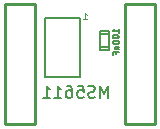
<source format=gbo>
G04 (created by PCBNEW (2013-dec-23)-stable) date Sun 06 Apr 2014 07:42:34 PM EDT*
%MOIN*%
G04 Gerber Fmt 3.4, Leading zero omitted, Abs format*
%FSLAX34Y34*%
G01*
G70*
G90*
G04 APERTURE LIST*
%ADD10C,0.00590551*%
%ADD11C,0.0045*%
%ADD12C,0.01*%
%ADD13C,0.005*%
G04 APERTURE END LIST*
G54D10*
G54D11*
X139092Y-91880D02*
X139207Y-91880D01*
X139150Y-91880D02*
X139150Y-91680D01*
X139169Y-91709D01*
X139188Y-91728D01*
X139207Y-91738D01*
G54D12*
X136500Y-91400D02*
X136500Y-95400D01*
X137500Y-91400D02*
X137500Y-95400D01*
X137500Y-95400D02*
X136500Y-95400D01*
X136500Y-91400D02*
X137500Y-91400D01*
X141500Y-95400D02*
X141500Y-91400D01*
X140500Y-95400D02*
X140500Y-91400D01*
X140500Y-91400D02*
X141500Y-91400D01*
X141500Y-95400D02*
X140500Y-95400D01*
G54D13*
X139640Y-92380D02*
X139960Y-92380D01*
X139950Y-92820D02*
X139640Y-92820D01*
X139960Y-92920D02*
X139960Y-92280D01*
X139960Y-92280D02*
X139640Y-92280D01*
X139640Y-92280D02*
X139640Y-92920D01*
X139640Y-92920D02*
X139960Y-92920D01*
G54D10*
X138990Y-91865D02*
X137809Y-91865D01*
X137809Y-91865D02*
X137809Y-93834D01*
X137809Y-93834D02*
X138990Y-93834D01*
X138990Y-93834D02*
X138990Y-91865D01*
G54D13*
X140280Y-92340D02*
X140280Y-92226D01*
X140280Y-92283D02*
X140080Y-92283D01*
X140109Y-92264D01*
X140128Y-92245D01*
X140138Y-92226D01*
X140080Y-92464D02*
X140080Y-92483D01*
X140090Y-92502D01*
X140100Y-92511D01*
X140119Y-92521D01*
X140157Y-92530D01*
X140204Y-92530D01*
X140242Y-92521D01*
X140261Y-92511D01*
X140271Y-92502D01*
X140280Y-92483D01*
X140280Y-92464D01*
X140271Y-92445D01*
X140261Y-92435D01*
X140242Y-92426D01*
X140204Y-92416D01*
X140157Y-92416D01*
X140119Y-92426D01*
X140100Y-92435D01*
X140090Y-92445D01*
X140080Y-92464D01*
X140080Y-92654D02*
X140080Y-92673D01*
X140090Y-92692D01*
X140100Y-92702D01*
X140119Y-92711D01*
X140157Y-92721D01*
X140204Y-92721D01*
X140242Y-92711D01*
X140261Y-92702D01*
X140271Y-92692D01*
X140280Y-92673D01*
X140280Y-92654D01*
X140271Y-92635D01*
X140261Y-92626D01*
X140242Y-92616D01*
X140204Y-92607D01*
X140157Y-92607D01*
X140119Y-92616D01*
X140100Y-92626D01*
X140090Y-92635D01*
X140080Y-92654D01*
X140147Y-92807D02*
X140280Y-92807D01*
X140166Y-92807D02*
X140157Y-92816D01*
X140147Y-92835D01*
X140147Y-92864D01*
X140157Y-92883D01*
X140176Y-92892D01*
X140280Y-92892D01*
X140176Y-93054D02*
X140176Y-92988D01*
X140280Y-92988D02*
X140080Y-92988D01*
X140080Y-93083D01*
G54D10*
X139918Y-94509D02*
X139918Y-94115D01*
X139787Y-94396D01*
X139656Y-94115D01*
X139656Y-94509D01*
X139487Y-94490D02*
X139431Y-94509D01*
X139337Y-94509D01*
X139299Y-94490D01*
X139281Y-94471D01*
X139262Y-94434D01*
X139262Y-94396D01*
X139281Y-94359D01*
X139299Y-94340D01*
X139337Y-94321D01*
X139412Y-94303D01*
X139449Y-94284D01*
X139468Y-94265D01*
X139487Y-94228D01*
X139487Y-94190D01*
X139468Y-94153D01*
X139449Y-94134D01*
X139412Y-94115D01*
X139318Y-94115D01*
X139262Y-94134D01*
X138906Y-94115D02*
X139093Y-94115D01*
X139112Y-94303D01*
X139093Y-94284D01*
X139056Y-94265D01*
X138962Y-94265D01*
X138924Y-94284D01*
X138906Y-94303D01*
X138887Y-94340D01*
X138887Y-94434D01*
X138906Y-94471D01*
X138924Y-94490D01*
X138962Y-94509D01*
X139056Y-94509D01*
X139093Y-94490D01*
X139112Y-94471D01*
X138550Y-94115D02*
X138625Y-94115D01*
X138662Y-94134D01*
X138681Y-94153D01*
X138718Y-94209D01*
X138737Y-94284D01*
X138737Y-94434D01*
X138718Y-94471D01*
X138700Y-94490D01*
X138662Y-94509D01*
X138587Y-94509D01*
X138550Y-94490D01*
X138531Y-94471D01*
X138512Y-94434D01*
X138512Y-94340D01*
X138531Y-94303D01*
X138550Y-94284D01*
X138587Y-94265D01*
X138662Y-94265D01*
X138700Y-94284D01*
X138718Y-94303D01*
X138737Y-94340D01*
X138137Y-94509D02*
X138362Y-94509D01*
X138250Y-94509D02*
X138250Y-94115D01*
X138287Y-94171D01*
X138325Y-94209D01*
X138362Y-94228D01*
X137762Y-94509D02*
X137987Y-94509D01*
X137875Y-94509D02*
X137875Y-94115D01*
X137912Y-94171D01*
X137950Y-94209D01*
X137987Y-94228D01*
M02*

</source>
